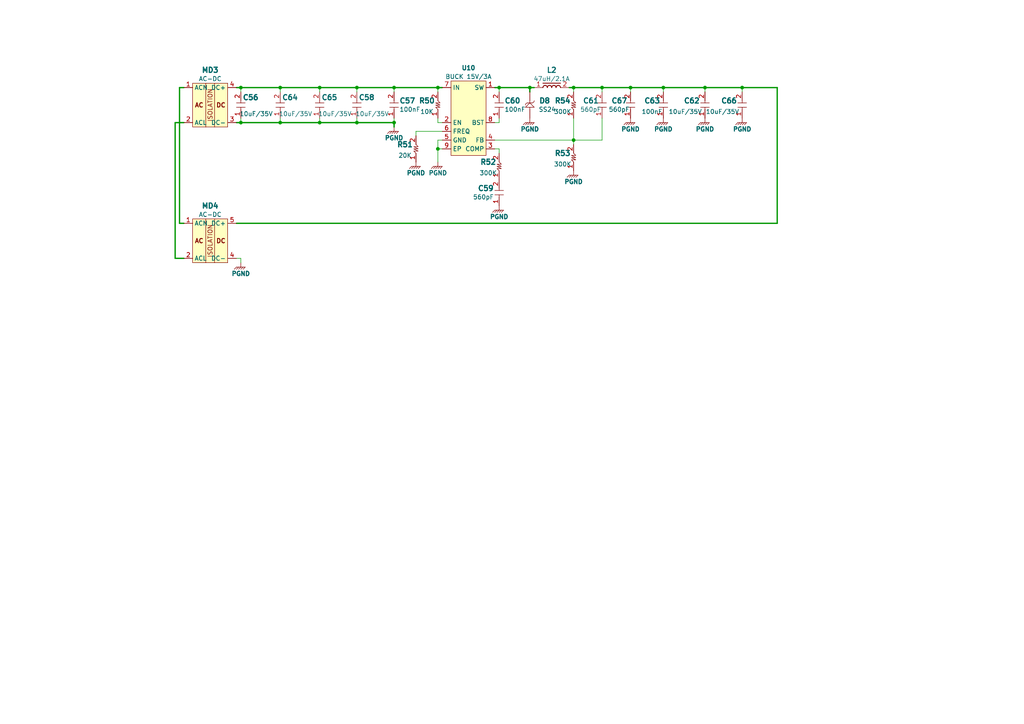
<source format=kicad_sch>
(kicad_sch (version 20231120) (generator "eeschema") (generator_version "8.0")
  (paper "A4")
  (title_block (title "PROGRAMMER & DEBUGGER") (date "2024-07-17") (rev "0.1") (company "TON DUC THANG UNIVERSITY") (comment 1 "Schematic Designed by ...") (comment 2 "PCB Designed by ...") (comment 3 "Approved by ..."))
  (lib_symbols
    (symbol "AC-DC_1"
      (property "Reference" "MD3" (at 5.08 0.635 0))
      (property "Value" "AC-DC" (at 5.08 -1.905 0))
      (symbol "AC-DC_1_0_1"
        (polyline (pts (xy 3.81 -3.175) (xy 3.81 -15.875)))
        (polyline (pts (xy 6.35 -3.175) (xy 6.35 -15.875)))
      )
      (symbol "AC-DC_1_1_1"
        (rectangle (start 0 -3.175) (end 10.16 -15.875) (fill (type background)))
        (text "AC    DC" (at 5.08 -9.525 0) (effects (font (size 1.27 1.27) (bold yes))))
        (text "ISOLATION" (at 5.08 -9.525 900) (effects (font (size 1.27 1.27))))
        (pin power_in line (at -2.54 -4.445 0) (length 2.54) (name "ACN") (number "1"))
        (pin power_in line (at -2.54 -14.605 0) (length 2.54) (name "ACL") (number "2"))
        (pin power_out line (at 12.7 -14.605 180) (length 2.54) (name "DC-") (number "3"))
        (pin power_out line (at 12.7 -4.445 180) (length 2.54) (name "DC+") (number "4"))
      )
    )
    (symbol "SAMPI:AC-DC"
      (property "Reference" "MD" (at 0 0 0))
      (property "Value" "AC-DC" (at 0 -1.905 0))
      (symbol "AC-DC_0_1"
        (polyline (pts (xy 3.81 -3.175) (xy 3.81 -15.875)))
        (polyline (pts (xy 6.35 -3.175) (xy 6.35 -15.875)))
      )
      (symbol "AC-DC_1_1"
        (rectangle (start 0 -3.175) (end 10.16 -15.875) (fill (type background)))
        (text "AC    DC" (at 5.08 -9.525 0) (effects (font (size 1.27 1.27) (bold yes))))
        (text "ISOLATION" (at 5.08 -9.525 900) (effects (font (size 1.27 1.27))))
        (pin power_in line (at -2.54 -4.445 0) (length 2.54) (name "ACN") (number "1"))
        (pin power_in line (at -2.54 -14.605 0) (length 2.54) (name "ACL") (number "2"))
        (pin power_out line (at 12.7 -14.605 180) (length 2.54) (name "DC-") (number "4"))
        (pin power_out line (at 12.7 -4.445 180) (length 2.54) (name "DC+") (number "5"))
      )
    )
    (symbol "SAMPI:CERCAP" (pin_names hide)
      (property "Reference" "C" (at -1.905 1.905 0))
      (property "Value" "CerCap" (at -1.905 0 0))
      (symbol "CERCAP_0_1"
        (polyline (pts (xy 0 -2.54) (xy 0.635 -2.54)))
        (polyline (pts (xy 0.635 -1.27) (xy 0.635 -3.81)))
        (polyline (pts (xy 1.905 -2.54) (xy 2.54 -2.54)))
        (polyline (pts (xy 1.905 -1.27) (xy 1.905 -3.81)))
      )
      (symbol "CERCAP_1_1"
        (pin bidirectional line (at -2.54 -2.54 0) (length 2.54) (name "1") (number "1"))
        (pin bidirectional line (at 5.08 -2.54 180) (length 2.54) (name "2") (number "2"))
      )
    )
    (symbol "SAMPI:DIODE-SCH" (pin_numbers hide) (pin_names hide)
      (property "Reference" "D" (at 0 0 0))
      (property "Value" "DIODE-SCH" (at 0 -1.905 0))
      (symbol "DIODE-SCH_0_1"
        (polyline (pts (xy 2.54 -5.08) (xy 3.175 -5.08)))
        (polyline (pts (xy 3.175 -3.81) (xy 3.175 -6.35)))
        (polyline (pts (xy 4.445 -5.08) (xy 5.08 -5.08)))
        (polyline (pts (xy 4.445 -4.445) (xy 4.445 -5.715)))
        (polyline (pts (xy 3.175 -3.81) (xy 4.445 -5.08) (xy 3.175 -6.35)))
        (arc (start 4.445 -5.715) (mid 4.631 -6.164) (end 5.08 -6.35))
        (arc (start 4.445 -4.445) (mid 4.259 -3.996) (end 3.81 -3.81))
      )
      (symbol "DIODE-SCH_1_1"
        (pin bidirectional line (at 0 -5.08 0) (length 2.54) (name "A") (number "A"))
        (pin bidirectional line (at 7.62 -5.08 180) (length 2.54) (name "K") (number "K"))
      )
    )
    (symbol "SAMPI:IND_HC" (pin_names hide)
      (property "Reference" "L" (at 1.905 -0.635 0))
      (property "Value" "IND HC" (at 1.905 -2.54 0))
      (symbol "IND_HC_1_1"
        (polyline (pts (xy 2.54 -3.81) (xy 7.62 -3.81)) (stroke (width 0.254)))
        (arc (start 3.175 -4.445) (mid 2.726 -4.631) (end 2.54 -5.08) (stroke (width 0.254)))
        (arc (start 3.81 -5.08) (mid 3.624 -4.631) (end 3.175 -4.445) (stroke (width 0.254)))
        (arc (start 4.445 -4.445) (mid 3.996 -4.631) (end 3.81 -5.08) (stroke (width 0.254)))
        (arc (start 5.08 -5.08) (mid 4.894 -4.631) (end 4.445 -4.445) (stroke (width 0.254)))
        (arc (start 5.715 -4.445) (mid 5.266 -4.631) (end 5.08 -5.08) (stroke (width 0.254)))
        (arc (start 6.35 -5.08) (mid 6.164 -4.631) (end 5.715 -4.445) (stroke (width 0.254)))
        (arc (start 6.985 -4.445) (mid 6.536 -4.631) (end 6.35 -5.08) (stroke (width 0.254)))
        (arc (start 7.62 -5.08) (mid 7.434 -4.631) (end 6.985 -4.445) (stroke (width 0.254)))
        (pin bidirectional line (at 0 -5.08 0) (length 2.54) (name "1") (number "1"))
        (pin bidirectional line (at 10.16 -5.08 180) (length 2.54) (name "2") (number "2"))
      )
    )
    (symbol "SAMPI:MP4462"
      (property "Reference" "U10" (at 0 1.905 0))
      (property "Value" "BUCK 15/600mA" (at 0 -1.905 0))
      (symbol "MP4462_1_1"
        (rectangle (start -5.08 -3.175) (end 5.08 -24.765) (fill (type background)))
        (pin output line (at 7.62 -5.08 180) (length 2.54) (name "SW") (number "1"))
        (pin input line (at -7.62 -15.24 0) (length 2.54) (name "EN") (number "2"))
        (pin passive line (at 7.62 -22.86 180) (length 2.54) (name "COMP") (number "3"))
        (pin input line (at 7.62 -20.32 180) (length 2.54) (name "FB") (number "4"))
        (pin passive line (at -7.62 -20.32 0) (length 2.54) (name "GND") (number "5"))
        (pin passive line (at -7.62 -17.78 0) (length 2.54) (name "FREQ") (number "6"))
        (pin power_in line (at -7.62 -5.08 0) (length 2.54) (name "IN") (number "7"))
        (pin passive line (at 7.62 -15.24 180) (length 2.54) (name "BST") (number "8"))
        (pin passive line (at -7.62 -22.86 0) (length 2.54) (name "EP") (number "9"))
      )
    )
    (symbol "SAMPI:PGND" (power) (pin_names (offset 0))
      (property "Value" "PGND" (at 0 -3.175 0))
      (symbol "PGND_0_1"
        (polyline (pts (xy -1.27 -1.27) (xy -1.905 -1.905)))
        (polyline (pts (xy -1.27 -1.27) (xy 1.27 -1.27)))
        (polyline (pts (xy -0.635 -1.27) (xy -1.27 -1.905)))
        (polyline (pts (xy 0 -1.27) (xy -0.635 -1.905)))
        (polyline (pts (xy 0 0) (xy 0 -1.27)))
        (polyline (pts (xy 0.635 -1.27) (xy 0 -1.905)))
        (polyline (pts (xy 1.27 -1.27) (xy 0.635 -1.905)))
      )
      (symbol "PGND_1_1"
        (pin power_in line (at 0 0 90) (length 0) hide (name "PGND") (number "1"))
      )
    )
    (symbol "SAMPI:RES" (pin_names hide)
      (property "Reference" "R" (at 0 1.905 0))
      (property "Value" "RES" (at 0 0 0))
      (symbol "RES_0_1"
        (polyline (pts (xy 0 -2.54) (xy 0.635 -1.905) (xy 0.635 -3.175) (xy 1.27 -1.905) (xy 1.27 -3.175) (xy 1.905 -1.905) (xy 1.905 -3.175) (xy 2.54 -2.54)))
      )
      (symbol "RES_1_1"
        (pin bidirectional line (at -2.54 -2.54 0) (length 2.54) (name "1") (number "1"))
        (pin bidirectional line (at 5.08 -2.54 180) (length 2.54) (name "2") (number "2"))
      )
    )
  )
  (junction (at 103.505 35.56))
  (junction (at 127 43.18))
  (junction (at 69.85 35.56))
  (junction (at 144.78 25.4))
  (junction (at 81.28 25.4))
  (junction (at 182.88 25.4))
  (junction (at 114.3 25.4))
  (junction (at 127 25.4))
  (junction (at 204.47 25.4))
  (junction (at 81.28 35.56))
  (junction (at 153.67 25.4))
  (junction (at 174.625 25.4))
  (junction (at 92.71 35.56))
  (junction (at 103.505 25.4))
  (junction (at 166.37 25.4))
  (junction (at 166.37 40.64))
  (junction (at 69.85 25.4))
  (junction (at 192.405 25.4))
  (junction (at 92.71 25.4))
  (junction (at 215.265 25.4))
  (junction (at 114.3 35.56))
  (wire (pts (xy 215.265 25.4) (xy 204.47 25.4)) (stroke (width 0.381)))
  (wire (pts (xy 166.37 26.67) (xy 166.37 25.4)))
  (wire (pts (xy 174.625 34.29) (xy 174.625 40.64)))
  (wire (pts (xy 53.34 64.77) (xy 52.07 64.77)) (stroke (width 0.381)))
  (wire (pts (xy 52.07 64.77) (xy 52.07 25.4)) (stroke (width 0.381)))
  (wire (pts (xy 114.3 35.56) (xy 114.3 34.29)))
  (wire (pts (xy 69.85 35.56) (xy 81.28 35.56)) (stroke (width 0.381)))
  (wire (pts (xy 92.71 35.56) (xy 103.505 35.56)) (stroke (width 0.381)))
  (wire (pts (xy 153.67 25.4) (xy 154.94 25.4)) (stroke (width 0.381)))
  (wire (pts (xy 53.34 35.56) (xy 50.8 35.56)) (stroke (width 0.381)))
  (wire (pts (xy 68.58 35.56) (xy 69.85 35.56)) (stroke (width 0.381)))
  (wire (pts (xy 127 40.64) (xy 127 43.18)))
  (wire (pts (xy 204.47 26.67) (xy 204.47 25.4)))
  (wire (pts (xy 174.625 25.4) (xy 166.37 25.4)) (stroke (width 0.381)))
  (wire (pts (xy 144.78 35.56) (xy 143.51 35.56)))
  (wire (pts (xy 215.265 25.4) (xy 215.265 26.67)))
  (wire (pts (xy 114.3 35.56) (xy 114.3 36.83)) (stroke (width 0.381)))
  (wire (pts (xy 143.51 40.64) (xy 166.37 40.64)))
  (wire (pts (xy 120.65 38.1) (xy 120.65 39.37)))
  (wire (pts (xy 182.88 25.4) (xy 192.405 25.4)) (stroke (width 0.381)))
  (wire (pts (xy 144.78 25.4) (xy 143.51 25.4)) (stroke (width 0.381)))
  (wire (pts (xy 81.28 25.4) (xy 81.28 26.67)))
  (wire (pts (xy 166.37 34.29) (xy 166.37 40.64)))
  (wire (pts (xy 114.3 25.4) (xy 114.3 26.67)))
  (wire (pts (xy 103.505 34.29) (xy 103.505 35.56)))
  (wire (pts (xy 114.3 25.4) (xy 127 25.4)) (stroke (width 0.381)))
  (wire (pts (xy 69.85 25.4) (xy 81.28 25.4)) (stroke (width 0.381)))
  (wire (pts (xy 128.27 38.1) (xy 120.65 38.1)))
  (wire (pts (xy 127 25.4) (xy 128.27 25.4)) (stroke (width 0.381)))
  (wire (pts (xy 128.27 40.64) (xy 127 40.64)))
  (wire (pts (xy 92.71 25.4) (xy 92.71 26.67)))
  (wire (pts (xy 92.71 34.29) (xy 92.71 35.56)))
  (wire (pts (xy 144.78 26.67) (xy 144.78 25.4)))
  (wire (pts (xy 69.85 74.93) (xy 69.85 76.2)))
  (wire (pts (xy 103.505 25.4) (xy 103.505 26.67)))
  (wire (pts (xy 192.405 26.67) (xy 192.405 25.4)))
  (wire (pts (xy 127 35.56) (xy 128.27 35.56)))
  (wire (pts (xy 68.58 25.4) (xy 69.85 25.4)) (stroke (width 0.381)))
  (wire (pts (xy 69.85 34.29) (xy 69.85 35.56)))
  (wire (pts (xy 192.405 25.4) (xy 182.88 25.4)))
  (wire (pts (xy 68.58 74.93) (xy 69.85 74.93)))
  (wire (pts (xy 127 43.18) (xy 127 46.99)))
  (wire (pts (xy 144.78 25.4) (xy 153.67 25.4)) (stroke (width 0.381)))
  (wire (pts (xy 81.28 35.56) (xy 92.71 35.56)) (stroke (width 0.381)))
  (wire (pts (xy 127 26.67) (xy 127 25.4)))
  (wire (pts (xy 92.71 25.4) (xy 103.505 25.4)) (stroke (width 0.381)))
  (wire (pts (xy 182.88 25.4) (xy 182.88 26.67)))
  (wire (pts (xy 225.425 64.77) (xy 225.425 25.4)) (stroke (width 0.381)))
  (wire (pts (xy 69.85 25.4) (xy 69.85 26.67)))
  (wire (pts (xy 166.37 25.4) (xy 165.1 25.4)) (stroke (width 0.381)))
  (wire (pts (xy 81.28 34.29) (xy 81.28 35.56)))
  (wire (pts (xy 50.8 35.56) (xy 50.8 74.93)) (stroke (width 0.381)))
  (wire (pts (xy 174.625 26.67) (xy 174.625 25.4)))
  (wire (pts (xy 103.505 35.56) (xy 114.3 35.56)) (stroke (width 0.381)))
  (wire (pts (xy 166.37 40.64) (xy 166.37 41.91)))
  (wire (pts (xy 144.78 43.18) (xy 144.78 44.45)))
  (wire (pts (xy 225.425 25.4) (xy 215.265 25.4)) (stroke (width 0.381)))
  (wire (pts (xy 127 43.18) (xy 128.27 43.18)))
  (wire (pts (xy 127 34.29) (xy 127 35.56)))
  (wire (pts (xy 144.78 34.29) (xy 144.78 35.56)))
  (wire (pts (xy 103.505 25.4) (xy 114.3 25.4)) (stroke (width 0.381)))
  (wire (pts (xy 143.51 43.18) (xy 144.78 43.18)))
  (wire (pts (xy 174.625 25.4) (xy 182.88 25.4)) (stroke (width 0.381)))
  (wire (pts (xy 68.58 64.77) (xy 225.425 64.77)) (stroke (width 0.381)))
  (wire (pts (xy 192.405 25.4) (xy 204.47 25.4)) (stroke (width 0.381)))
  (wire (pts (xy 50.8 74.93) (xy 53.34 74.93)) (stroke (width 0.381)))
  (wire (pts (xy 52.07 25.4) (xy 53.34 25.4)) (stroke (width 0.381)))
  (wire (pts (xy 153.67 25.4) (xy 153.67 26.67)) (stroke (width 0.381)))
  (wire (pts (xy 81.28 25.4) (xy 92.71 25.4)) (stroke (width 0.381)))
  (wire (pts (xy 166.37 40.64) (xy 174.625 40.64)))
  (symbol (lib_id "SAMPI:IND_HC") (at 154.94 20.32 0) (unit 1)
    (property "Reference" "L2" (at 160.02 20.32 0) (effects (font (size 1.5 1.5) (bold yes))))
    (property "Value" "47uH/2.1A" (at 160.02 22.86 0))
    (property "Footprint" "SAMPI:IND-10x10x3.8" (effects (hide yes)))
    (property "Description" "FIXED IND 47UH 2.1A 128MOHM SMD" (effects (hide yes)))
    (property "MNP" "CTCDRH104RF-470" (effects (hide yes)))
    (property "MFT" "Central Technologies" (effects (hide yes)))
  )
  (symbol (lib_id "SAMPI:CERCAP") (at 217.805 31.75 270) (mirror x) (unit 1)
    (property "Reference" "C66" (at 211.455 29.21 90) (effects (font (size 1.5 1.5) (bold yes))))
    (property "Value" "10uF/35V" (at 209.55 32.385 90))
    (property "Footprint" "SAMPI:CAP1206" (effects (hide yes)))
    (property "Description" "CAP CER 10UF 35V X7R 1206" (effects (hide yes)))
    (property "MNP" "GRT31CR6YA106ME01L" (effects (hide yes)))
    (property "MFT" "Murata" (effects (hide yes)))
    (property "Checked" "OK" (effects (hide yes)))
    (property "Link" "https://www.thegioiic.com/tu-gom-1206-10uf-50v" (effects (hide yes)))
  )
  (symbol (lib_id "SAMPI:CERCAP") (at 172.085 31.75 90) (unit 1)
    (property "Reference" "C61" (at 168.91 29.21 90) (effects (font (size 1.5 1.5) (bold yes)) (justify right)))
    (property "Value" "560pF" (at 168.275 31.75 90) (effects (justify right)))
    (property "Footprint" "SAMPI:CAP0603" (effects (hide yes)))
    (property "Description" "CAP CER 0.1UF 50V X7R 0603" (effects (hide yes)))
    (property "MNP" "CL10B104KB8NNNC" (effects (hide yes)))
    (property "Unit Price" "0.0146" (effects (hide yes)))
    (property "MFT" "Samsung" (effects (hide yes)))
    (property "Checked" "OK" (effects (hide yes)))
  )
  (symbol (lib_id "SAMPI:RES") (at 163.83 31.75 90) (unit 1)
    (property "Reference" "R54" (at 163.195 29.21 90) (effects (font (size 1.5 1.5) (bold yes))))
    (property "Value" "300K" (at 163.195 32.385 90))
    (property "Footprint" "SAMPI:RES0603" (effects (hide yes)))
    (property "Description" "RES 10K OHM 1% 1/10W 0603" (effects (hide yes)))
    (property "Unit Price" "0.019" (effects (hide yes)))
    (property "MNP" "RC0603FR-0710KL" (effects (hide yes)))
    (property "MFT" "YAGEO" (effects (hide yes)))
    (property "Checked" "OK" (effects (hide yes)))
  )
  (symbol (lib_id "SAMPI:DIODE-SCH") (at 148.59 34.29 90) (unit 1)
    (property "Reference" "D8" (at 156.21 29.2099 90) (effects (font (size 1.5 1.5) (bold yes)) (justify right)))
    (property "Value" "SS24" (at 156.21 31.7499 90) (effects (justify right)))
    (property "Footprint" "SAMPI:DO-214AC" (effects (hide yes)))
    (property "Description" "DIODE SCHOTTKY 40V 2A DO214AA" (effects (hide yes)))
    (property "MFT" "Taiwan Semiconductor" (effects (hide yes)))
    (property "MNP" "SS24" (effects (hide yes)))
  )
  (symbol (lib_id "SAMPI:CERCAP") (at 147.32 31.75 270) (mirror x) (unit 1)
    (property "Reference" "C60" (at 151.13 29.21 90) (effects (font (size 1.5 1.5) (bold yes)) (justify right)))
    (property "Value" "100nF" (at 152.4 31.75 90) (effects (justify right)))
    (property "Footprint" "SAMPI:CAP0603" (effects (hide yes)))
    (property "Description" "CAP CER 0.1UF 50V X7R 0603" (effects (hide yes)))
    (property "MNP" "CL10B104KB8NNNC" (effects (hide yes)))
    (property "Unit Price" "0.0146" (effects (hide yes)))
    (property "MFT" "Samsung" (effects (hide yes)))
    (property "Checked" "OK" (effects (hide yes)))
  )
  (symbol (lib_id "SAMPI:CERCAP") (at 180.34 31.75 90) (unit 1)
    (property "Reference" "C67" (at 177.165 29.21 90) (effects (font (size 1.5 1.5) (bold yes)) (justify right)))
    (property "Value" "560pF" (at 176.53 31.75 90) (effects (justify right)))
    (property "Footprint" "SAMPI:CAP0603" (effects (hide yes)))
    (property "Description" "CAP CER 0.1UF 50V X7R 0603" (effects (hide yes)))
    (property "MNP" "CL10B104KB8NNNC" (effects (hide yes)))
    (property "Unit Price" "0.0146" (effects (hide yes)))
    (property "MFT" "Samsung" (effects (hide yes)))
    (property "Checked" "OK" (effects (hide yes)))
  )
  (symbol (lib_id "SAMPI:PGND") (at 153.67 34.29 0) (unit 1)
    (property "Reference" "#PWR0120" (effects (hide yes)))
    (property "Value" "PGND" (at 153.67 37.465 0) (effects (font (bold yes))))
    (property "Description" "Power symbol creates a global label with name \"PGND\"" (effects (hide yes)))
  )
  (symbol (lib_id "SAMPI:CERCAP") (at 67.31 31.75 90) (unit 1)
    (property "Reference" "C56" (at 72.7075 28.2575 90) (effects (font (size 1.5 1.5) (bold yes))))
    (property "Value" "10uF/35V" (at 74.295 33.02 90))
    (property "Footprint" "SAMPI:CAP1206" (effects (hide yes)))
    (property "Description" "CAP CER 10UF 35V X7R 1206" (effects (hide yes)))
    (property "MNP" "GRT31CR6YA106ME01L" (effects (hide yes)))
    (property "MFT" "Murata" (effects (hide yes)))
    (property "Checked" "OK" (effects (hide yes)))
    (property "Link" "https://www.thegioiic.com/tu-gom-1206-10uf-50v" (effects (hide yes)))
  )
  (symbol (lib_id "SAMPI:CERCAP") (at 116.84 31.75 270) (mirror x) (unit 1)
    (property "Reference" "C57" (at 120.65 29.21 90) (effects (font (size 1.5 1.5) (bold yes)) (justify right)))
    (property "Value" "100nF" (at 121.92 31.75 90) (effects (justify right)))
    (property "Footprint" "SAMPI:CAP0603" (effects (hide yes)))
    (property "Description" "CAP CER 0.1UF 50V X7R 0603" (effects (hide yes)))
    (property "MNP" "CL10B104KB8NNNC" (effects (hide yes)))
    (property "Unit Price" "0.0146" (effects (hide yes)))
    (property "MFT" "Samsung" (effects (hide yes)))
    (property "Checked" "OK" (effects (hide yes)))
  )
  (symbol (lib_id "SAMPI:RES") (at 142.24 49.53 90) (unit 1)
    (property "Reference" "R52" (at 141.605 46.99 90) (effects (font (size 1.5 1.5) (bold yes))))
    (property "Value" "300K" (at 141.605 50.165 90))
    (property "Footprint" "SAMPI:RES0603" (effects (hide yes)))
    (property "Description" "RES 10K OHM 1% 1/10W 0603" (effects (hide yes)))
    (property "Unit Price" "0.019" (effects (hide yes)))
    (property "MNP" "RC0603FR-0710KL" (effects (hide yes)))
    (property "MFT" "YAGEO" (effects (hide yes)))
    (property "Checked" "OK" (effects (hide yes)))
  )
  (symbol (lib_id "SAMPI:CERCAP") (at 78.74 31.75 90) (unit 1)
    (property "Reference" "C64" (at 84.1375 28.2575 90) (effects (font (size 1.5 1.5) (bold yes))))
    (property "Value" "10uF/35V" (at 85.725 33.02 90))
    (property "Footprint" "SAMPI:CAP1206" (effects (hide yes)))
    (property "Description" "CAP CER 10UF 35V X7R 1206" (effects (hide yes)))
    (property "MNP" "GRT31CR6YA106ME01L" (effects (hide yes)))
    (property "MFT" "Murata" (effects (hide yes)))
    (property "Checked" "OK" (effects (hide yes)))
    (property "Link" "https://www.thegioiic.com/tu-gom-1206-10uf-50v" (effects (hide yes)))
  )
  (symbol (lib_id "SAMPI:CERCAP") (at 100.965 31.75 90) (unit 1)
    (property "Reference" "C58" (at 106.3625 28.2575 90) (effects (font (size 1.5 1.5) (bold yes))))
    (property "Value" "10uF/35V" (at 107.95 33.02 90))
    (property "Footprint" "SAMPI:CAP1206" (effects (hide yes)))
    (property "Description" "CAP CER 10UF 35V X7R 1206" (effects (hide yes)))
    (property "MNP" "GRT31CR6YA106ME01L" (effects (hide yes)))
    (property "MFT" "Murata" (effects (hide yes)))
    (property "Checked" "OK" (effects (hide yes)))
    (property "Link" "https://www.thegioiic.com/tu-gom-1206-10uf-50v" (effects (hide yes)))
  )
  (symbol (lib_id "SAMPI:PGND") (at 127 46.99 0) (unit 1)
    (property "Reference" "#PWR0117" (effects (hide yes)))
    (property "Value" "PGND" (at 127 50.165 0) (effects (font (bold yes))))
    (property "Description" "Power symbol creates a global label with name \"PGND\"" (effects (hide yes)))
  )
  (symbol (lib_id "SAMPI:RES") (at 118.11 44.45 90) (unit 1)
    (property "Reference" "R51" (at 117.475 41.91 90) (effects (font (size 1.5 1.5) (bold yes))))
    (property "Value" "20K" (at 117.475 45.085 90))
    (property "Footprint" "SAMPI:RES0603" (effects (hide yes)))
    (property "Description" "RES 10K OHM 1% 1/10W 0603" (effects (hide yes)))
    (property "Unit Price" "0.019" (effects (hide yes)))
    (property "MNP" "RC0603FR-0710KL" (effects (hide yes)))
    (property "MFT" "YAGEO" (effects (hide yes)))
    (property "Checked" "OK" (effects (hide yes)))
  )
  (symbol (lib_name "AC-DC_1") (lib_id "SAMPI:AC-DC") (at 55.88 20.955 0) (unit 1)
    (property "Reference" "MD3" (at 60.96 20.32 0) (effects (font (size 1.5 1.5) (bold yes))))
    (property "Value" "AC-DC" (at 60.96 22.86 0))
    (property "Footprint" "SAMPI:HLK-10M" (effects (hide yes)))
    (property "Description" "AC-DC 220-24V 10W" (effects (hide yes)))
    (property "MFT" "Hi-Link" (effects (hide yes)))
    (property "MNP" "HLK-10M24" (effects (hide yes)))
  )
  (symbol (lib_id "SAMPI:CERCAP") (at 90.17 31.75 90) (unit 1)
    (property "Reference" "C65" (at 95.5675 28.2575 90) (effects (font (size 1.5 1.5) (bold yes))))
    (property "Value" "10uF/35V" (at 97.155 33.02 90))
    (property "Footprint" "SAMPI:CAP1206" (effects (hide yes)))
    (property "Description" "CAP CER 10UF 35V X7R 1206" (effects (hide yes)))
    (property "MNP" "GRT31CR6YA106ME01L" (effects (hide yes)))
    (property "MFT" "Murata" (effects (hide yes)))
    (property "Checked" "OK" (effects (hide yes)))
    (property "Link" "https://www.thegioiic.com/tu-gom-1206-10uf-50v" (effects (hide yes)))
  )
  (symbol (lib_id "SAMPI:CERCAP") (at 207.01 31.75 270) (mirror x) (unit 1)
    (property "Reference" "C62" (at 200.66 29.21 90) (effects (font (size 1.5 1.5) (bold yes))))
    (property "Value" "10uF/35V" (at 198.755 32.385 90))
    (property "Footprint" "SAMPI:CAP1206" (effects (hide yes)))
    (property "Description" "CAP CER 10UF 35V X7R 1206" (effects (hide yes)))
    (property "MNP" "GRT31CR6YA106ME01L" (effects (hide yes)))
    (property "MFT" "Murata" (effects (hide yes)))
    (property "Checked" "OK" (effects (hide yes)))
    (property "Link" "https://www.thegioiic.com/tu-gom-1206-10uf-50v" (effects (hide yes)))
  )
  (symbol (lib_id "SAMPI:CERCAP") (at 189.865 31.75 90) (unit 1)
    (property "Reference" "C63" (at 186.69 29.21 90) (effects (font (size 1.5 1.5) (bold yes)) (justify right)))
    (property "Value" "100nF" (at 186.055 32.385 90) (effects (justify right)))
    (property "Footprint" "SAMPI:CAP0603" (effects (hide yes)))
    (property "Description" "CAP CER 0.1UF 50V X7R 0603" (effects (hide yes)))
    (property "MNP" "CL10B104KB8NNNC" (effects (hide yes)))
    (property "Unit Price" "0.0146" (effects (hide yes)))
    (property "MFT" "Samsung" (effects (hide yes)))
    (property "Checked" "OK" (effects (hide yes)))
  )
  (symbol (lib_id "SAMPI:AC-DC") (at 55.88 60.325 0) (unit 1) (in_bom no)
    (property "Reference" "MD4" (at 60.96 59.69 0) (effects (font (size 1.5 1.5) (bold yes))))
    (property "Value" "AC-DC" (at 60.96 62.23 0))
    (property "Footprint" "SAMPI:LD10-23BxxR2-RC" (effects (hide yes)))
  )
  (symbol (lib_id "SAMPI:PGND") (at 192.405 34.29 0) (unit 1)
    (property "Reference" "#PWR0122" (effects (hide yes)))
    (property "Value" "PGND" (at 192.405 37.465 0) (effects (font (bold yes))))
    (property "Description" "Power symbol creates a global label with name \"PGND\"" (effects (hide yes)))
  )
  (symbol (lib_id "SAMPI:PGND") (at 166.37 49.53 0) (unit 1)
    (property "Reference" "#PWR0121" (effects (hide yes)))
    (property "Value" "PGND" (at 166.37 52.705 0) (effects (font (bold yes))))
    (property "Description" "Power symbol creates a global label with name \"PGND\"" (effects (hide yes)))
  )
  (symbol (lib_id "SAMPI:RES") (at 163.83 46.99 90) (unit 1)
    (property "Reference" "R53" (at 163.195 44.45 90) (effects (font (size 1.5 1.5) (bold yes))))
    (property "Value" "300K" (at 163.195 47.625 90))
    (property "Footprint" "SAMPI:RES0603" (effects (hide yes)))
    (property "Description" "RES 10K OHM 1% 1/10W 0603" (effects (hide yes)))
    (property "Unit Price" "0.019" (effects (hide yes)))
    (property "MNP" "RC0603FR-0710KL" (effects (hide yes)))
    (property "MFT" "YAGEO" (effects (hide yes)))
    (property "Checked" "OK" (effects (hide yes)))
  )
  (symbol (lib_id "SAMPI:PGND") (at 120.65 46.99 0) (unit 1)
    (property "Reference" "#PWR0116" (effects (hide yes)))
    (property "Value" "PGND" (at 120.65 50.165 0) (effects (font (bold yes))))
    (property "Description" "Power symbol creates a global label with name \"PGND\"" (effects (hide yes)))
  )
  (symbol (lib_id "SAMPI:PGND") (at 182.88 34.29 0) (unit 1)
    (property "Reference" "#PWR0124" (effects (hide yes)))
    (property "Value" "PGND" (at 182.88 37.465 0) (effects (font (bold yes))))
    (property "Description" "Power symbol creates a global label with name \"PGND\"" (effects (hide yes)))
  )
  (symbol (lib_id "SAMPI:PGND") (at 144.78 59.69 0) (unit 1)
    (property "Reference" "#PWR0119" (effects (hide yes)))
    (property "Value" "PGND" (at 144.78 62.865 0) (effects (font (bold yes))))
    (property "Description" "Power symbol creates a global label with name \"PGND\"" (effects (hide yes)))
  )
  (symbol (lib_id "SAMPI:PGND") (at 215.265 34.29 0) (unit 1)
    (property "Reference" "#PWR0118" (effects (hide yes)))
    (property "Value" "PGND" (at 215.265 37.465 0) (effects (font (bold yes))))
    (property "Description" "Power symbol creates a global label with name \"PGND\"" (effects (hide yes)))
  )
  (symbol (lib_id "SAMPI:RES") (at 124.46 31.75 90) (unit 1)
    (property "Reference" "R50" (at 123.825 29.21 90) (effects (font (size 1.5 1.5) (bold yes))))
    (property "Value" "10K" (at 123.825 32.385 90))
    (property "Footprint" "SAMPI:RES0603" (effects (hide yes)))
    (property "Description" "RES 10K OHM 1% 1/10W 0603" (effects (hide yes)))
    (property "Unit Price" "0.019" (effects (hide yes)))
    (property "MNP" "RC0603FR-0710KL" (effects (hide yes)))
    (property "MFT" "YAGEO" (effects (hide yes)))
    (property "Checked" "OK" (effects (hide yes)))
  )
  (symbol (lib_id "SAMPI:CERCAP") (at 142.24 57.15 90) (unit 1)
    (property "Reference" "C59" (at 138.43 54.61 90) (effects (font (size 1.5 1.5) (bold yes)) (justify right)))
    (property "Value" "560pF" (at 137.16 57.15 90) (effects (justify right)))
    (property "Footprint" "SAMPI:CAP0603" (effects (hide yes)))
    (property "Description" "CAP CER 0.1UF 50V X7R 0603" (effects (hide yes)))
    (property "MNP" "CL10B104KB8NNNC" (effects (hide yes)))
    (property "Unit Price" "0.0146" (effects (hide yes)))
    (property "MFT" "Samsung" (effects (hide yes)))
    (property "Checked" "OK" (effects (hide yes)))
  )
  (symbol (lib_id "SAMPI:MP4462") (at 135.89 20.32 0) (unit 1)
    (property "Reference" "U10" (at 135.89 19.685 0) (effects (font (bold yes))))
    (property "Value" "BUCK 15V/3A" (at 135.89 22.225 0))
    (property "Footprint" "SAMPI:SOIC8E_3.9_MPS" (effects (hide yes)))
    (property "Description" "IC REG BUCK ADJ 3.5A 8SOIC" (effects (hide yes)))
    (property "MNP" "MP4462DN-LF-Z" (effects (hide yes)))
    (property "MFT" "Monolithic Power Systems Inc." (effects (hide yes)))
  )
  (symbol (lib_id "SAMPI:PGND") (at 204.47 34.29 0) (unit 1)
    (property "Reference" "#PWR0123" (effects (hide yes)))
    (property "Value" "PGND" (at 204.47 37.465 0) (effects (font (bold yes))))
    (property "Description" "Power symbol creates a global label with name \"PGND\"" (effects (hide yes)))
  )
  (symbol (lib_id "SAMPI:PGND") (at 69.85 76.2 0) (unit 1)
    (property "Reference" "#PWR0115" (effects (hide yes)))
    (property "Value" "PGND" (at 69.85 79.375 0) (effects (font (bold yes))))
    (property "Description" "Power symbol creates a global label with name \"PGND\"" (effects (hide yes)))
  )
  (symbol (lib_id "SAMPI:PGND") (at 114.3 36.83 0) (unit 1)
    (property "Reference" "#PWR0114" (effects (hide yes)))
    (property "Value" "PGND" (at 114.3 40.005 0) (effects (font (bold yes))))
    (property "Description" "Power symbol creates a global label with name \"PGND\"" (effects (hide yes)))
  )
)
</source>
